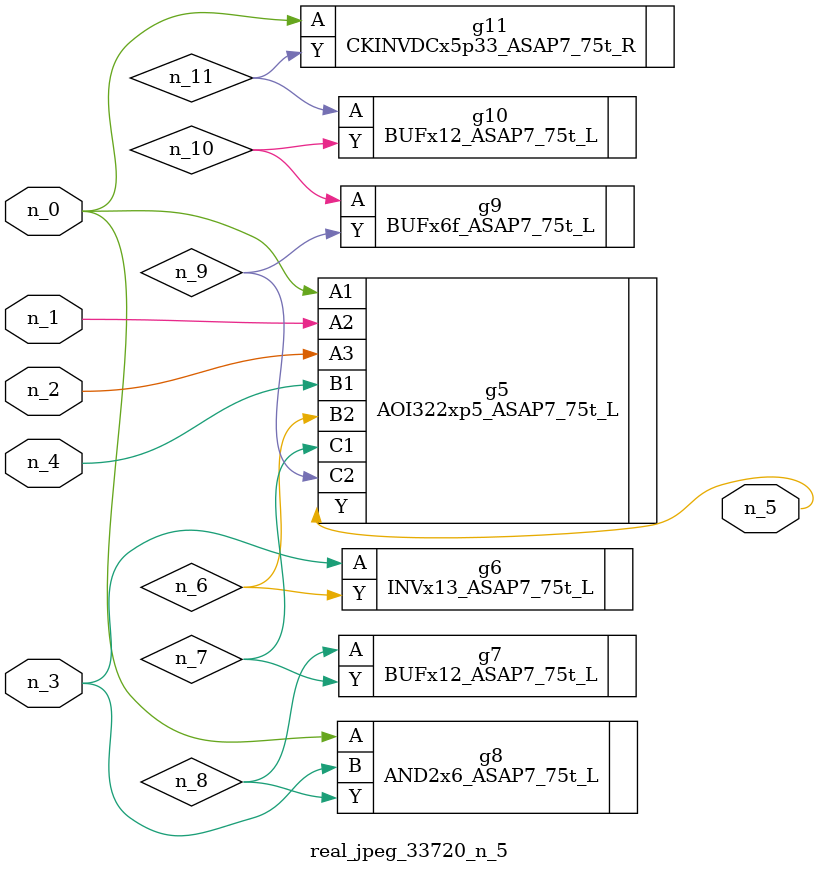
<source format=v>
module real_jpeg_33720_n_5 (n_4, n_0, n_1, n_2, n_3, n_5);

input n_4;
input n_0;
input n_1;
input n_2;
input n_3;

output n_5;

wire n_8;
wire n_11;
wire n_6;
wire n_7;
wire n_10;
wire n_9;

AOI322xp5_ASAP7_75t_L g5 ( 
.A1(n_0),
.A2(n_1),
.A3(n_2),
.B1(n_4),
.B2(n_6),
.C1(n_7),
.C2(n_9),
.Y(n_5)
);

AND2x6_ASAP7_75t_L g8 ( 
.A(n_0),
.B(n_3),
.Y(n_8)
);

CKINVDCx5p33_ASAP7_75t_R g11 ( 
.A(n_0),
.Y(n_11)
);

INVx13_ASAP7_75t_L g6 ( 
.A(n_3),
.Y(n_6)
);

BUFx12_ASAP7_75t_L g7 ( 
.A(n_8),
.Y(n_7)
);

BUFx6f_ASAP7_75t_L g9 ( 
.A(n_10),
.Y(n_9)
);

BUFx12_ASAP7_75t_L g10 ( 
.A(n_11),
.Y(n_10)
);


endmodule
</source>
